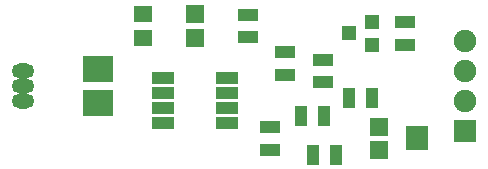
<source format=gts>
G04 #@! TF.FileFunction,Soldermask,Top*
%FSLAX46Y46*%
G04 Gerber Fmt 4.6, Leading zero omitted, Abs format (unit mm)*
G04 Created by KiCad (PCBNEW 4.0.1-stable) date Tuesday, March 29, 2016 'AMt' 12:53:49 AM*
%MOMM*%
G01*
G04 APERTURE LIST*
%ADD10C,0.100000*%
%ADD11R,2.630000X2.200000*%
%ADD12R,1.650000X1.400000*%
%ADD13R,1.598880X1.598880*%
%ADD14R,1.900000X1.900000*%
%ADD15C,1.900000*%
%ADD16R,1.200100X1.200100*%
%ADD17R,1.100000X1.700000*%
%ADD18R,1.700000X1.100000*%
%ADD19R,1.600000X1.600000*%
%ADD20R,1.900000X2.000000*%
%ADD21O,1.901140X1.299160*%
%ADD22R,1.950000X1.000000*%
G04 APERTURE END LIST*
D10*
D11*
X127635000Y-104330000D03*
X127635000Y-101410000D03*
D12*
X131445000Y-96790000D03*
X131445000Y-98790000D03*
D13*
X135890000Y-96740980D03*
X135890000Y-98839020D03*
D14*
X158750000Y-106680000D03*
D15*
X158750000Y-104140000D03*
X158750000Y-101600000D03*
X158750000Y-99060000D03*
D16*
X150860760Y-99375000D03*
X150860760Y-97475000D03*
X148861780Y-98425000D03*
D17*
X148910000Y-103886000D03*
X150810000Y-103886000D03*
D18*
X153670000Y-97475000D03*
X153670000Y-99375000D03*
D17*
X147762000Y-108712000D03*
X145862000Y-108712000D03*
D18*
X142240000Y-106365000D03*
X142240000Y-108265000D03*
D17*
X146746000Y-105410000D03*
X144846000Y-105410000D03*
D18*
X140335000Y-98740000D03*
X140335000Y-96840000D03*
X146685000Y-100650000D03*
X146685000Y-102550000D03*
X143510000Y-101915000D03*
X143510000Y-100015000D03*
D19*
X151435000Y-106315000D03*
X151435000Y-108315000D03*
D20*
X154685000Y-107315000D03*
D21*
X121285000Y-102870000D03*
X121285000Y-104140000D03*
X121285000Y-101600000D03*
D22*
X133190000Y-102235000D03*
X133190000Y-103505000D03*
X133190000Y-104775000D03*
X133190000Y-106045000D03*
X138590000Y-106045000D03*
X138590000Y-104775000D03*
X138590000Y-103505000D03*
X138590000Y-102235000D03*
M02*

</source>
